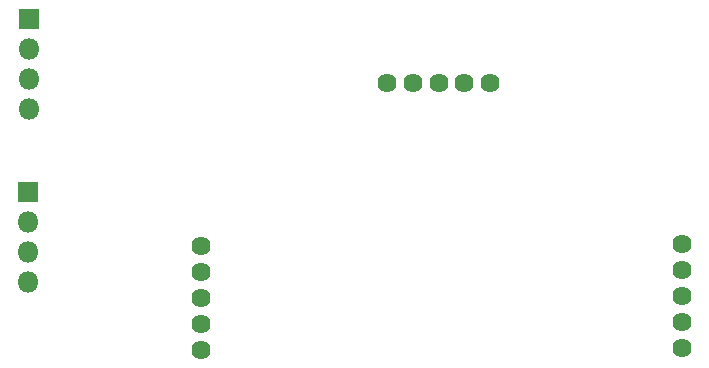
<source format=gbr>
%TF.GenerationSoftware,KiCad,Pcbnew,5.1.6-c6e7f7d~87~ubuntu20.04.1*%
%TF.CreationDate,2022-02-26T19:36:22+01:00*%
%TF.ProjectId,pick_n_place_head,7069636b-5f6e-45f7-906c-6163655f6865,rev?*%
%TF.SameCoordinates,PX5f36538PY5a45498*%
%TF.FileFunction,Soldermask,Bot*%
%TF.FilePolarity,Negative*%
%FSLAX46Y46*%
G04 Gerber Fmt 4.6, Leading zero omitted, Abs format (unit mm)*
G04 Created by KiCad (PCBNEW 5.1.6-c6e7f7d~87~ubuntu20.04.1) date 2022-02-26 19:36:22*
%MOMM*%
%LPD*%
G01*
G04 APERTURE LIST*
%ADD10O,1.800000X1.800000*%
%ADD11R,1.800000X1.800000*%
%ADD12C,1.624000*%
G04 APERTURE END LIST*
D10*
%TO.C,Amot1*%
X-9565640Y28285440D03*
X-9565640Y30825440D03*
X-9565640Y33365440D03*
D11*
X-9565640Y35905440D03*
%TD*%
D12*
%TO.C,M1*%
X4962760Y16734240D03*
X4962760Y14534240D03*
X4962760Y12334240D03*
X4962760Y10134240D03*
X4962760Y7934240D03*
%TD*%
%TO.C,M2*%
X45729760Y8061240D03*
X45729760Y10261240D03*
X45729760Y12461240D03*
X45729760Y14661240D03*
X45729760Y16861240D03*
%TD*%
%TO.C,M3*%
X29479760Y30495240D03*
X27279760Y30495240D03*
X25079760Y30495240D03*
X22879760Y30495240D03*
X20679760Y30495240D03*
%TD*%
D11*
%TO.C,Zmot1*%
X-9718040Y21275040D03*
D10*
X-9718040Y18735040D03*
X-9718040Y16195040D03*
X-9718040Y13655040D03*
%TD*%
M02*

</source>
